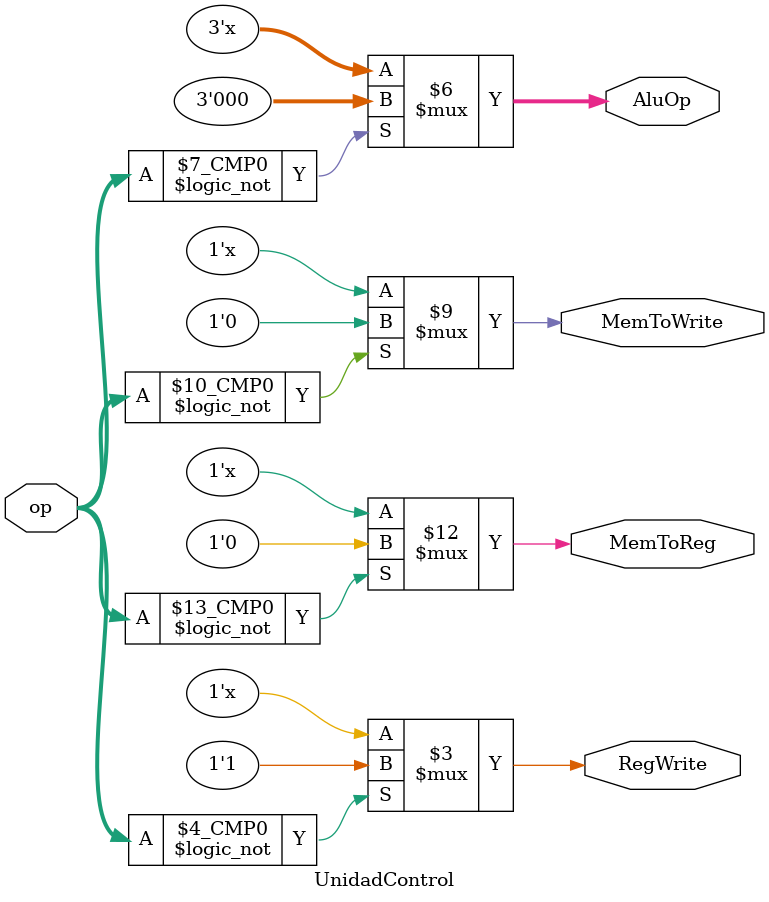
<source format=v>
module UnidadControl(
	input [5:0]op,

	output reg MemToReg,
	output reg MemToWrite,
	output reg [2:0]AluOp,
	output reg RegWrite
);

always @(*)
begin
    case (op)
        5'b00000:begin
        MemToReg    =1'b0 ;
        MemToWrite  =1'b0 ;
        AluOp       =3'b000 ;
        RegWrite    =1'b1 ;
        end
    endcase
end

endmodule


</source>
